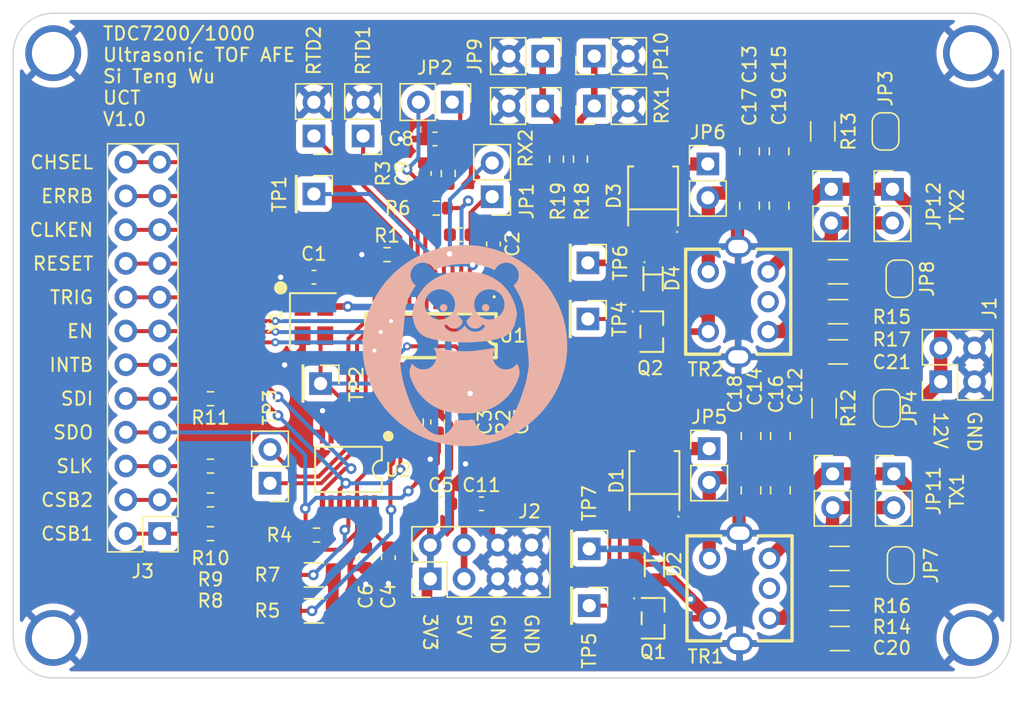
<source format=kicad_pcb>
(kicad_pcb (version 20241229) (generator "pcbnew") (generator_version "9.0")
  (layers (0 "F.Cu" signal) (2 "B.Cu" signal) (13 "F.Paste" user) (15 "B.Paste" user) (5 "F.SilkS" user "F.Silkscreen") (7 "B.SilkS" user "B.Silkscreen") (1 "F.Mask" user) (3 "B.Mask" user) (25 "Edge.Cuts" user))
  (net 0 "")
  (net 1 "/3V3")
  (net 2 "GND")
  (net 3 "/VCOM")
  (net 4 "Net-(U2-VREG)")
  (net 5 "/COMPIN")
  (net 6 "/LNAOUT")
  (net 7 "/PGAIN")
  (net 8 "/5V")
  (net 9 "Net-(JP4-B)")
  (net 10 "Net-(JP3-B)")
  (net 11 "Net-(JP11-Pin_2)")
  (net 12 "Net-(JP7-A)")
  (net 13 "Net-(JP8-A)")
  (net 14 "Net-(JP12-Pin_2)")
  (net 15 "Net-(D1-K)")
  (net 16 "Net-(D1-A)")
  (net 17 "Net-(D2-A)")
  (net 18 "/12V")
  (net 19 "/CHSEL")
  (net 20 "/SDO")
  (net 21 "/INTB")
  (net 22 "/CLKEN")
  (net 23 "/ENABLE")
  (net 24 "/RESET")
  (net 25 "/ERRB")
  (net 26 "/TRIGGER")
  (net 27 "/PGAOUT")
  (net 28 "Net-(JP11-Pin_1)")
  (net 29 "Net-(JP12-Pin_1)")
  (net 30 "Net-(JP9-Pin_1)")
  (net 31 "Net-(JP10-Pin_1)")
  (net 32 "Net-(U1-RREF)")
  (net 33 "/Rx1+")
  (net 34 "/Rx2+")
  (net 35 "/CSB1")
  (net 36 "/CSB2")
  (net 37 "Net-(U1-SDO)")
  (net 38 "Net-(U2-DOUT)")
  (net 39 "/SDI")
  (net 40 "/SCLK")
  (net 41 "/RTD1")
  (net 42 "/RTD2")
  (net 43 "/CLK")
  (net 44 "/TX2")
  (net 45 "/START")
  (net 46 "/STOP")
  (net 49 "/TX1")
  (net 51 "Net-(C8-Pad2)")
  (net 52 "Net-(J3-Pin_1)")
  (net 53 "Net-(J3-Pin_5)")
  (net 54 "Net-(J3-Pin_3)")
  (net 55 "Net-(J3-Pin_10)")
  (net 56 "Net-(D3-A)")
  (net 57 "Net-(D3-K)")
  (net 58 "Net-(D4-A)")
  (footprint "Crystal:Crystal_SMD_3225-4Pin_3.2x2.5mm" (layer "F.Cu") (at 139.867114 94.864142 -90)
    (property "Reference" "Y1")
    (property "Value" "10.24MHz")
  )
  (footprint "Capacitor_SMD:C_0603_1608Metric" (layer "F.Cu") (at 143.767114 112.664142 90)
    (property "Reference" "C6")
    (property "Value" "1uF")
  )
  (footprint "TDC7200 Ultrasonic TOF Module:SOT-23-3_L3.0-W1.7-P0.95-LS2.9-BR" (layer "F.Cu") (at 165.267139 95.656112 180)
    (property "Reference" "Q2")
    (property "Value" "AO3400A")
  )
  (footprint "Resistor_SMD:R_0603_1608Metric" (layer "F.Cu") (at 149.067114 86.364142)
    (property "Reference" "R6")
    (property "Value" "4.7k")
  )
  (footprint "Connector_PinHeader_2.54mm:PinHeader_1x02_P2.54mm_Vertical" (layer "F.Cu") (at 157.067102 78.68115 -90)
    (property "Reference" "RX2")
    (property "Value" "~")
  )
  (footprint "Connector_PinHeader_2.54mm:PinHeader_1x02_P2.54mm_Vertical" (layer "F.Cu") (at 178.767139 84.943107)
    (property "Reference" "JP12")
    (property "Value" "~")
  )
  (footprint "Connector_PinHeader_2.54mm:PinHeader_1x01_P2.54mm_Vertical" (layer "F.Cu") (at 139.867102 85.30615 -90)
    (property "Reference" "TP1")
    (property "Value" "~")
  )
  (footprint "Capacitor_SMD:C_0805_2012Metric" (layer "F.Cu") (at 172.617127 86.183107 90)
    (property "Reference" "C17")
    (property "Value" "22uf")
  )
  (footprint "Capacitor_SMD:C_0805_2012Metric" (layer "F.Cu") (at 174.939177 103.510115 -90)
    (property "Reference" "C12")
    (property "Value" "22uf")
  )
  (footprint "TDC7200 Ultrasonic TOF Module:MountingHole_3.2mm_M3_Pad_TopBottom" (layer "F.Cu") (at 120.267102 118.70615)
    (property "Reference" "H3" (hide yes))
    (property "Value" "~")
  )
  (footprint "TDC7200 Ultrasonic TOF Module:SOT-23-3_L3.0-W1.7-P0.95-LS2.9-BR" (layer "F.Cu") (at 165.367139 117.223184 180)
    (property "Reference" "Q1")
    (property "Value" "AO3400A")
  )
  (footprint "Connector_PinHeader_2.54mm:PinHeader_1x02_P2.54mm_Vertical" (layer "F.Cu") (at 153.267102 85.50615 180)
    (property "Reference" "JP1")
    (property "Value" "~")
  )
  (footprint "Resistor_SMD:R_1206_3216Metric" (layer "F.Cu") (at 139.867114 116.664142)
    (property "Reference" "R5")
    (property "Value" "100k")
  )
  (footprint "Resistor_SMD:R_1206_3216Metric" (layer "F.Cu") (at 179.377139 115.725582)
    (property "Reference" "R14")
    (property "Value" "100k")
  )
  (footprint "Connector_PinHeader_2.54mm:PinHeader_2x02_P2.54mm_Vertical" (layer "F.Cu") (at 186.992139 99.425115 90)
    (property "Reference" "J1")
    (property "Value" "12V")
  )
  (footprint "Connector_PinHeader_2.54mm:PinHeader_1x01_P2.54mm_Vertical" (layer "F.Cu") (at 160.467139 90.483519 -90)
    (property "Reference" "TP6")
    (property "Value" "~")
  )
  (footprint "TDC7200 Ultrasonic TOF Module:SOD-323_L1.8-W1.3-LS2.5-RD" (layer "F.Cu") (at 165.469501 113.17312 -90)
    (property "Reference" "D2")
    (property "Value" "1N5819WS")
  )
  (footprint "Resistor_SMD:R_0603_1608Metric" (layer "F.Cu") (at 132.092102 110.858521 180)
    (property "Reference" "R8")
    (property "Value" "47")
  )
  (footprint "TDC7200 Ultrasonic TOF Module:TSSOP-14_L5.0-W4.4-P0.65-LS6.4-BL" (layer "F.Cu") (at 142.459811 106.019984 180)
    (property "Reference" "U2")
    (property "Value" "TDC7200PWR")
  )
  (footprint "Jumper:SolderJumper-2_P1.3mm_Open_RoundedPad1.0x1.5mm" (layer "F.Cu") (at 183.987139 113.243056 90)
    (property "Reference" "JP7")
    (property "Value" "~")
  )
  (footprint "Capacitor_SMD:C_0805_2012Metric" (layer "F.Cu") (at 172.731248 103.510115 -90)
    (property "Reference" "C18")
    (property "Value" "22uf")
  )
  (footprint "Resistor_SMD:R_1206_3216Metric" (layer "F.Cu") (at 178.227139 101.41812 -90)
    (property "Reference" "R12")
    (property "Value" "100")
  )
  (footprint "Connector_PinHeader_2.54mm:PinHeader_1x01_P2.54mm_Vertical" (layer "F.Cu") (at 160.567139 112.000527 -90)
    (property "Reference" "TP7")
    (property "Value" "~")
  )
  (footprint "Resistor_SMD:R_0603_1608Metric" (layer "F.Cu") (at 132.092102 108.318521 180)
    (property "Reference" "R9")
    (property "Value" "47")
  )
  (footprint "Resistor_SMD:R_1206_3216Metric" (layer "F.Cu") (at 178.127139 80.593107 -90)
    (property "Reference" "R13")
    (property "Value" "100")
  )
  (footprint "Resistor_SMD:R_1206_3216Metric" (layer "F.Cu") (at 179.277139 91.156048)
    (property "Reference" "R15")
    (property "Value" "100k")
  )
  (footprint "Capacitor_SMD:C_0603_1608Metric" (layer "F.Cu") (at 151.167102 102.464142 90)
    (property "Reference" "C7")
    (property "Value" "100nF")
  )
  (footprint "TDC7200 Ultrasonic TOF Module:TSSOP-28_L9.8-W6.6-P0.65-BL" (layer "F.Cu") (at 148.667114 95.964142 180)
    (property "Reference" "U1")
    (property "Value" "TDC1000PWR")
  )
  (footprint "Connector_PinHeader_2.54mm:PinHeader_1x01_P2.54mm_Vertical" (layer "F.Cu") (at 160.567139 116.273222 -90)
    (property "Reference" "TP5")
    (property "Value" "~")
  )
  (footprint "TDC7200 Ultrasonic TOF Module:XFMR-TH_L7.9-W7.9-P4.50_K4000004" (layer "F.Cu") (at 171.767139 93.406112 -90)
    (property "Reference" "TR2")
    (property "Value" "K4000004")
  )
  (footprint "Capacitor_SMD:C_0603_1608Metric" (layer "F.Cu") (at 148.967114 81.164142)
    (property "Reference" "C8")
    (property "Value" "3.3nF")
  )
  (footprint "TDC7200 Ultrasonic TOF Module:MountingHole_3.2mm_M3_Pad_TopBottom" (layer "F.Cu") (at 189.267102 74.70615)
    (property "Reference" "H2" (hide yes))
    (property "Value" "~")
  )
  (footprint "Capacitor_SMD:C_0603_1608Metric" (layer "F.Cu") (at 152.467102 108.60615 180)
    (property "Reference" "C11")
    (property "Value" "1uF")
  )
  (footprint "Connector_PinHeader_2.54mm:PinHeader_2x12_P2.54mm_Vertical" (layer "F.Cu") (at 128.267102 110.846646 180)
    (property "Reference" "J3")
    (property "Value" "MCU Pins")
  )
  (footprint "Capacitor_SMD:C_1206_3216Metric" (layer "F.Cu") (at 179.40687 118.748107)
    (property "Reference" "C20")
    (property "Value" "2.7nF")
  )
  (footprint "TDC7200 Ultrasonic TOF Module:MountingHole_3.2mm_M3_Pad_TopBottom" (layer "F.Cu") (at 189.267102 118.70615)
    (property "Reference" "H4" (hide yes))
    (property "Value" "~")
  )
  (footprint "Capacitor_SMD:C_0805_2012Metric" (layer "F.Cu") (at 174.939177 107.600115 90)
    (property "Reference" "C16")
    (property "Value" "22uf")
  )
  (footprint "Connector_PinHeader_2.54mm:PinHeader_1x02_P2.54mm_Vertical" (layer "F.Cu") (at 136.567114 107.064142 180)
    (property "Reference" "TP3")
    (property "Value" "~")
  )
  (footprint "Resistor_SMD:R_0603_1608Metric" (layer "F.Cu") (at 147.567114 102.464142 -90)
    (property "Reference" "R2")
    (property "Value" "47")
  )
  (footprint "TDC7200 Ultrasonic TOF Module:XFMR-TH_L7.9-W7.9-P4.50_K4000004" (layer "F.Cu") (at 171.867139 114.97312 -90)
    (property "Reference" "TR1")
    (property "Value" "K4000004")
  )
  (footprint "Capacitor_SMD:C_0603_1608Metric" (layer "F.Cu") (at 139.867114 91.564142)
    (property "Reference" "C1")
    (property "Value" "100nF")
  )
  (footprint "Connector_PinHeader_2.54mm:PinHeader_2x04_P2.54mm_Vertical" (layer "F.Cu") (at 148.617102 114.25615 90)
    (property "Reference" "J2")
    (property "Value" "Power Pins")
  )
  (footprint "Capacitor_SMD:C_0805_2012Metric" (layer "F.Cu") (at 172.617127 82.093107 -90)
    (property "Reference" "C13")
    (property "Value" "22uf")
  )
  (footprint "Connector_PinHeader_2.54mm:PinHeader_1x02_P2.54mm_Vertical" (layer "F.Cu") (at 160.947102 74.93115 90)
    (property "Reference" "JP9")
    (property "Value" "~")
  )
  (footprint "TDC7200 Ultrasonic TOF Module:SOD-323_L1.8-W1.3-LS2.5-RD" (layer "F.Cu") (at 165.369501 91.656112 -90)
    (property "Reference" "D4")
    (property "Value" "1N5819WS")
  )
  (footprint "Connector_PinHeader_2.54mm:PinHeader_1x02_P2.54mm_Vertical" (layer "F.Cu") (at 150.267114 78.389142 -90)
    (property "Reference" "JP2")
    (property "Value" "~")
  )
  (footprint "TDC7200 Ultrasonic TOF Module:SMB_L4.6-W3.6-LS5.4-RD" (layer "F.Cu") (at 165.469501 106.87312 90)
    (property "Reference" "D1")
    (property "Value" "SMBJ5349B")
  )
  (footprint "Resistor_SMD:R_0603_1608Metric" (layer "F.Cu") (at 132.092102 105.778521 180)
    (property "Reference" "R10")
    (property "Value" "47")
  )
  (footprint "Capacitor_SMD:C_0805_2012Metric" (layer "F.Cu") (at 174.839177 82.093107 -90)
    (property "Reference" "C15")
    (property "Value" "22uf")
  )
  (footprint "Resistor_SMD:R_1206_3216Metric" (layer "F.Cu") (at 139.867114 113.964142)
    (property "Reference" "R7")
    (property "Value" "100k")
  )
  (footprint "Capacitor_SMD:C_0603_1608Metric" (layer "F.Cu") (at 148.167114 83.764142 -90)
    (property "Reference" "C9")
    (property "Value" "1nF")
  )
  (footprint "Capacitor_SMD:C_1206_3216Metric" (layer "F.Cu") (at 179.277139 97.181099)
    (property "Reference" "C21")
    (property "Value" "2.7nF")
  )
  (footprint "Resistor_SMD:R_0603_1608Metric" (layer "F.Cu") (at 140.067114 110.964142)
    (property "Reference" "R4")
    (property "Value" "47")
  )
  (footprint "Jumper:SolderJumper-2_P1.3mm_Open_RoundedPad1.0x1.5mm" (layer "F.Cu") (at 183.887139 91.676048 90)
    (property "Reference" "JP8")
    (property "Value" "~")
  )
  (footprint "Capacitor_SMD:C_0603_1608Metric" (layer "F.Cu") (at 145.467114 112.664142 90)
    (property "Reference" "C4")
    (property "Value" "100nF")
  )
  (footprint "Jumper:SolderJumper-2_P1.3mm_Open_RoundedPad1.0x1.5mm" (layer "F.Cu") (at 182.947139 101.41812 -90)
    (property "Reference" "JP4")
    (property "Value" "~")
  )
  (footprint "Resistor_SMD:R_0603_1608Metric" (layer "F.Cu") (at 158.107102 82.68115 90)
    (property "Reference" "R19")
    (property "Value" "820")
  )
  (footprint "Resistor_SMD:R_0603_1608Metric" (layer "F.Cu") (at 145.367114 89.864142)
    (property "Reference" "R1")
    (property "Value" "1k")
  )
  (footprint "Connector_PinHeader_2.54mm:PinHeader_1x02_P2.54mm_Vertical" (layer "F.Cu") (at 183.467139 106.360115)
    (property "Reference" "TX1")
    (property "Value" "~")
  )
  (footprint "Resistor_SMD:R_0603_1608Metric" (layer "F.Cu") (at 159.907102 82.68115 90)
    (property "Reference" "R18")
    (property "Value" "820")
  )
  (footprint "Connector_PinHeader_2.54mm:PinHeader_1x01_P2.54mm_Vertical" (layer "F.Cu") (at 160.467139 94.70615 -90)
    (property "Reference" "TP4")
    (property "Value" "~")
  )
  (footprint "Connector_PinHeader_2.54mm:PinHeader_1x02_P2.54mm_Vertical" (layer "F.Cu") (at 178.867139 106.360115)
    (property "Reference" "JP11")
    (property "Value" "~")
  )
  (footprint "Resistor_SMD:R_0603_1608Metric" (layer "F.Cu") (at 149.967114 83.764142 90)
    (property "Reference" "R3")
    (property "Value" "1k")
  )
  (footprint "Jumper:SolderJumper-2_P1.3mm_Open_RoundedPad1.0x1.5mm" (layer "F.Cu") (at 182.847139 80.593107 -90)
    (property "Reference" "JP3")
    (property "Value" "~")
  )
  (footprint "Capacitor_SMD:C_0805_2012Metric" (layer "F.Cu") (at 174.839177 86.183107 90)
    (property "Reference" "C19")
    (property "Value" "22uf")
  )
  (footprint "Connector_PinHeader_2.54mm:PinHeader_1x02_P2.54mm_Vertical" (layer "F.Cu") (at 160.947102 78.68115 90)
    (property "Reference" "RX1")
    (property "Value" "~")
  )
  (footprint "Connector_PinHeader_2.54mm:PinHeader_1x02_P2.54mm_Vertical" (layer "F.Cu") (at 139.867102 80.939142 180)
    (property "Reference" "RTD2")
    (property "Value" "~")
  )
  (footprint "Capacitor_SMD:C_0603_1608Metric" (layer "F.Cu") (at 149.167114 102.464142 90)
    (property "Reference" "C3")
    (property "Value" "100nF")
  )
  (footprint "TDC7200 Ultrasonic TOF Module:SMB_L4.6-W3.6-LS5.4-RD" (layer "F.Cu") (at 165.369501 85.456112 90)
    (property "Reference" "D3")
    (property "Value" "SMBJ5349B")
  )
  (footprint "Resistor_SMD:R_1206_3216Metric" (layer "F.Cu") (at 179.377139 112.723056)
    (property "Reference" "R16")
    (property "Value" "100k")
  )
  (footprint "Connector_PinHeader_2.54mm:PinHeader_1x02_P2.54mm_Vertical" (layer "F.Cu") (at 183.367139 84.943107)
    (property "Reference" "TX2")
    (property "Value" "~")
  )
  (footprint "Connector_PinHeader_2.54mm:PinHeader_1x02_P2.54mm_Vertical" (layer "F.Cu") (at 169.485203 83.043107)
    (property "Reference" "JP6")
    (property "Value" "~")
  )
  (footprint "Capacitor_SMD:C_0603_1608Metric" (layer "F.Cu") (at 149.417102 108.60615 180)
    (property "Reference" "C5")
    (property "Value" "1uF")
  )
  (footprint "Capacitor_SMD:C_0603_1608Metric" (layer "F.Cu") (at 153.367114 89.064142 -90)
    (property "Reference" "C2")
    (property "Value" "1uF")
  )
  (footprint "Resistor_SMD:R_0603_1608Metric" (layer "F.Cu") (at 132.092102 100.70615 180)
    (property "Reference" "R11")
    (property "Value" "47")
  )
  (footprint "Capacitor_SMD:C_0603_1608Metric" (layer "F.Cu") (at 150.867114 88.364142 180)
    (property "Reference" "C10")
    (property "Value" "33nF")
  )
  (footprint "Connector_PinHeader_2.54mm:PinHeader_1x01_P2.54mm_Vertical" (layer "F.Cu") (at 140.367114 99.564142 -90)
    (property "Reference" "TP2")
    (property "Value" "~")
  )
  (footprint "TDC7200 Ultrasonic TOF Module:MountingHole_3.2mm_M3_Pad_TopBottom" (layer "F.Cu") (at 120.267102 74.70615)
    (property "Reference" "H1" (hide yes))
    (property "Value" "~")
  )
  (footprint "Connector_PinHeader_2.54mm:PinHeader_1x02_P2.54mm_Vertical" (layer "F.Cu") (at 157.067102 74.93115 -90)
    (property "Reference" "JP10")
    (property "Value" "~")
  )
  (footprint "Capacitor_SMD:C_0805_2012Metric" (layer "F.Cu") (at 172.731248 107.600115 90)
    (property "Reference" "C14")
    (property "Value" "22uf")
  )
  (footprint "Connector_PinHeader_2.54mm:PinHeader_1x02_P2.54mm_Vertical" (layer "F.Cu") (at 143.567114 80.939142 180)
    (property "Reference" "RTD1")
    (property "Value" "~")
  )
  (footprint "Resistor_SMD:R_1206_3216Metric" (layer "F.Cu") (at 179.277139 94.158574)
    (property "Reference" "R17")
    (property "Value" "100k")
  )
  (footprint "Connector_PinHeader_2.54mm:PinHeader_1x02_P2.54mm_Vertical" (layer "F.Cu") (at 169.585203 104.460115)
    (property "Reference" "JP5")
    (property "Value" "~")
  )
  (footprint "LOGO" (layer "B.Cu") (at 151.267102 96.447362 180)
    (property "Reference" "G***" (hide yes))
    (property "Value" "LOGO" (hide yes))
  )
  (gr_arc (start 192.267102 118.70615) (mid 191.388422 120.82747) (end 189.267102 121.70615) (stroke (width 0.1)) (layer "Edge.Cuts"))
  (gr_arc (start 120.267102 121.70615) (mid 118.145782 120.82747) (end 117.267102 118.70615) (stroke (width 0.1)) (layer "Edge.Cuts"))
  (gr_line (start 192.267102 74.70615) (end 192.267102 118.70615) (stroke (width 0.1)) (layer "Edge.Cuts"))
  (gr_line (start 189.267102 71.70615) (end 120.267102 71.70615) (stroke (width 0.1)) (layer "Edge.Cuts"))
  (gr_arc (start 189.267102 71.70615) (mid 191.388422 72.58483) (end 192.267102 74.70615) (stroke (width 0.1)) (layer "Edge.Cuts"))
  (gr_line (start 189.267102 121.70615) (end 120.267102 121.70615) (stroke (width 0.1)) (layer "Edge.Cuts"))
  (gr_arc (start 117.267102 74.70615) (mid 118.145782 72.58483) (end 120.267102 71.70615) (stroke (width 0.1)) (layer "Edge.Cuts"))
  (gr_line (start 117.267102 118.70615) (end 117.267102 74.70615) (stroke (width 0.1)) (layer "Edge.Cuts"))
  (gr_text "TRIG" (at 123.367102 93.668396 0) (layer "F.SilkS") (effects (font (size 1 1)) (justify right bottom)))
  (gr_text "GND" (at 155.635352 120.041864 270) (layer "F.SilkS") (effects (font (size 1 1)) (justify right bottom)))
  (gr_text "SDO" (at 123.367102 103.828396 0) (layer "F.SilkS") (effects (font (size 1 1)) (justify right bottom)))
  (gr_text "CLKEN" (at 123.367102 88.588396 0) (layer "F.SilkS") (effects (font (size 1 1)) (justify right bottom)))
  (gr_text "SLK" (at 123.367102 106.368396 0) (layer "F.SilkS") (effects (font (size 1 1)) (justify right bottom)))
  (gr_text "EN" (at 123.367102 96.208396 0) (layer "F.SilkS") (effects (font (size 1 1)) (justify right bottom)))
  (gr_text "RESET" (at 123.367102 91.128396 0) (layer "F.SilkS") (effects (font (size 1 1)) (justify right bottom)))
  (gr_text "ERRB" (at 123.367102 86.048396 0) (layer "F.SilkS") (effects (font (size 1 1)) (justify right bottom)))
  (gr_text "3V3" (at 148.015352 119.75615 270) (layer "F.SilkS") (effects (font (size 1 1)) (justify right bottom)))
  (gr_text "5V" (at 150.555352 118.803769 270) (layer "F.SilkS") (effects (font (size 1 1)) (justify right bottom)))
  (gr_text "SDI" (at 123.367102 101.288396 0) (layer "F.SilkS") (effects (font (size 1 1)) (justify right bottom)))
  (gr_text "INTB" (at 123.367102 98.748396 0) (layer "F.SilkS") (effects (font (size 1 1)) (justify right bottom)))
  (gr_text "TDC7200/1000\nUltrasonic TOF AFE\nSi Teng Wu\nUCT\nV1.0" (at 123.917102 80.25615 0) (layer "F.SilkS") (effects (font (size 1 1) (thickness 0.153)) (justify left bottom)))
  (gr_text "12V" (at 186.390389 101.60615 270) (layer "F.SilkS") (effects (font (size 1 1)) (justify left bottom)))
  (gr_text "GND" (at 153.095352 120.041864 270) (layer "F.SilkS") (effects (font (size 1 1)) (justify right bottom)))
  (gr_text "GND" (at 188.930389 101.55615 270) (layer "F.SilkS") (effects (font (size 1 1)) (justify left bottom)))
  (gr_text "CHSEL" (at 123.367102 83.508396 0) (layer "F.SilkS") (effects (font (size 1 1)) (justify right bottom)))
  (gr_text "CSB2" (at 123.367102 108.908396 0) (layer "F.SilkS") (effects (font (size 1 1)) (justify right bottom)))
  (gr_text "CSB1" (at 123.367102 111.448396 0) (layer "F.SilkS") (effects (font (size 1 1)) (justify right bottom)))
  (segment (start 148.992108 98.764244) (end 148.992108 100.289136) (width 0.3) (layer "F.Cu") (net 1))
  (segment (start 148.592102 108.65615) (end 148.592102 109.862154) (width 0.5) (layer "F.Cu") (net 1))
  (segment (start 148.592102 107.43115) (end 150.093114 105.930138) (width 0.5) (layer "F.Cu") (net 1))
  (segment (start 142.793579 118.128107) (end 141.329614 116.664142) (width 0.8) (layer "F.Cu") (net 1))
  (segment (start 148.642102 108.60615) (end 148.592102 108.55615) (width 0.5) (layer "F.Cu") (net 1))
  (segment (start 148.592102 109.862154) (end 146.548106 111.90615) (width 0.5) (layer "F.Cu") (net 1))
  (segment (start 148.592102 108.55615) (end 148.592102 107.43115) (width 0.5) (layer "F.Cu") (net 1))
  (segment (start 141.329614 116.664142) (end 141.329614 113.964142) (width 0.8) (layer "F.Cu") (net 1))
  (segment (start 148.617102 111.71615) (end 148.617102 114.25615) (width 0.5) (layer "F.Cu") (net 1))
  (segment (start 150.093114 102.615142) (end 149.167114 101.689142) (width 0.5) (layer "F.Cu") (net 1))
  (segment (start 146.548106 111.90615) (end 145.484122 111.90615) (width 0.5) (layer "F.Cu") (net 1))
  (segment (start 140.717114 91.639142) (end 140.642114 91.564142) (width 0.5) (layer "F.Cu") (net 1))
  (segment (start 148.367102 116.15615) (end 146.395145 118.128107) (width 0.8) (layer "F.Cu") (net 1))
  (segment (start 150.093114 105.930138) (end 150.093114 102.615142) (width 0.5) (layer "F.Cu") (net 1))
  (segment (start 148.367102 114.50615) (end 148.367102 116.15615) (width 0.8) (layer "F.Cu") (net 1))
  (segment (start 145.484122 111.90615) (end 145.467114 111.889142) (width 0.5) (layer "F.Cu") (net 1))
  (segment (start 149.167114 100.464142) (end 149.167114 101.689142) (width 0.3) (layer "F.Cu") (net 1))
  (segment (start 146.395145 118.128107) (end 142.793579 118.128107) (width 0.8) (layer "F.Cu") (net 1))
  (segment (start 148.617102 108.68115) (end 148.592102 108.65615) (width 0.5) (layer "F.Cu") (net 1))
  (segment (start 144.409773 110.831801) (end 145.467114 111.889142) (width 0.3) (layer "F.Cu") (net 1))
  (segment (start 148.592102 108.65615) (end 148.642102 108.60615) (width 0.5) (layer "F.Cu") (net 1))
  (segment (start 148.992108 100.289136) (end 149.167114 100.464142) (width 0.3) (layer "F.Cu") (net 1))
  (segment (start 144.409773 108.820086) (end 144.409773 110.831801) (width 0.3) (layer "F.Cu") (net 1))
  (segment (start 140.717114 93.764142) (end 140.717114 91.639142) (width 0.5) (layer "F.Cu") (net 1))
  (segment (start 148.617102 111.71615) (end 148.617102 108.68115) (width 0.5) (layer "F.Cu") (net 1))
  (segment (start 148.617102 114.25615) (end 148.367102 114.50615) (width 0.8) (layer "F.Cu") (net 1))
  (segment (start 142.417114 93.764142) (end 140.717114 93.764142) (width 0.5) (layer "F.Cu") (net 1))
  (via (at 142.417114 93.764142) (size 0.8) (drill 0.4) (layers "F.Cu" "B.Cu") (net 1))
  (segment (start 148.617102 111.70615) (end 148.617102 111.71615) (width 0.5) (layer "B.Cu") (net 1))
  (segment (start 142.459122 93.80615) (end 147.909122 93.80615) (width 0.5) (layer "B.Cu") (net 1))
  (segment (start 149.967102 110.35615) (end 148.617102 111.70615) (width 0.5) (layer "B.Cu") (net 1))
  (segment (start 149.967102 95.86413) (end 149.967102 110.35615) (width 0.5) (layer "B.Cu") (net 1))
  (segment (start 147.909122 93.80615) (end 149.967102 95.86413) (width 0.5) (layer "B.Cu") (net 1))
  (segment (start 148.617102 112.61615) (end 148.617102 111.71615) (width 0.5) (layer "B.Cu") (net 1))
  (segment (start 148.625094 112.624142) (end 148.617102 112.61615) (width 0.5) (layer "B.Cu") (net 1))
  (segment (start 148.625094 113.41615) (end 148.625094 112.624142) (width 0.5) (layer "B.Cu") (net 1))
  (segment (start 142.417114 93.764142) (end 142.459122 93.80615) (width 0.5) (layer "B.Cu") (net 1))
  (segment (start 151.617102 99.98913) (end 151.592057 99.964085) (width 0.3) (layer "F.Cu") (net 2))
  (segment (start 137.667114 98.164142) (end 139.017114 96.814142) (width 0.3) (layer "F.Cu") (net 2))
  (segment (start 149.167114 103.239142) (end 149.167114 104.706138) (width 0.5) (layer "F.Cu") (net 2))
  (segment (start 146.367114 81.164142) (end 148.192114 81.164142) (width 0.3) (layer "F.Cu") (net 2))
  (segment (start 143.767102 114.65615) (end 143.767114 114.656138) (width 0.3) (layer "F.Cu") (net 2))
  (segment (start 149.167114 104.706138) (end 148.617102 105.25615) (width 0.5) (layer "F.Cu") (net 2))
  (segment (start 172.199253 108.550115) (end 171.831248 108.91812) (width 1) (layer "F.Cu") (net 2))
  (segment (start 165.423098 96.606074) (end 166.373123 97.556099) (width 0.5) (layer "F.Cu") (net 2))
  (segment (start 171.831248 108.91812) (end 171.831248 110.787115) (width 1) (layer "F.Cu") (net 2))
  (segment (start 171.717127 89.205986) (end 171.767266 89.256125) (width 1) (layer "F.Cu") (net 2))
  (segment (start 145.467114 114.064142) (end 145.467114 113.439142) (width 0.3) (layer "F.Cu") (net 2))
  (segment (start 171.940145 87.133107) (end 171.717127 87.356125) (width 1) (layer "F.Cu") (net 2))
  (segment (start 151.267102 106.30615) (end 150.192102 107.38115) (width 0.5) (layer "F.Cu") (net 2))
  (segment (start 151.267102 105.60615) (end 151.267102 106.30615) (width 0.5) (layer "F.Cu") (net 2))
  (segment (start 172.731248 102.560115) (end 172.673243 102.560115) (width 1) (layer "F.Cu") (net 2))
  (segment (start 145.467102 114.60615) (end 145.467102 114.064154) (width 0.3) (layer "F.Cu") (net 2))
  (segment (start 140.509849 102.319855) (end 140.509849 103.219882) (width 0.3) (layer "F.Cu") (net 2))
  (segment (start 172.617127 87.133107) (end 171.940145 87.133107) (width 1) (layer "F.Cu") (net 2))
  (segment (start 174.939177 108.550115) (end 172.731248 108.550115) (width 1) (layer "F.Cu") (net 2))
  (segment (start 143.467114 89.864142) (end 144.542114 89.864142) (width 0.3) (layer "F.Cu") (net 2))
  (segment (start 151.592057 99.964085) (end 151.592057 98.764244) (width 0.3) (layer "F.Cu") (net 2))
  (segment (start 174.839177 81.143107) (end 172.204109 81.143107) (width 1) (layer "F.Cu") (net 2))
  (segment (start 150.192102 107.38115) (end 150.192102 108.60615) (width 0.5) (layer "F.Cu") (net 2))
  (segment (start 171.831248 110.787115) (end 171.867266 110.823133) (width 1) (layer "F.Cu") (net 2))
  (segment (start 140.517102 101.60615) (end 140.517102 102.312602) (width 0.3) (layer "F.Cu") (net 2))
  (segment (start 171.717127 87.356125) (end 171.717127 89.205986) (width 1) (layer "F.Cu") (net 2))
  (segment (start 139.092114 91.564142) (end 137.367114 91.564142) (width 0.3) (layer "F.Cu") (net 2))
  (segment (start 154.567114 88.264142) (end 154.542114 88.289142) (width 0.3) (layer "F.Cu") (net 2))
  (segment (start 164.165793 96.606074) (end 165.423098 96.606074) (width 0.5) (layer "F.Cu") (net 2))
  (segment (start 151.617102 100.30615) (end 151.617102 99.98913) (width 0.3) (layer "F.Cu") (net 2))
  (segment (start 151.167102 105.50615) (end 151.167102 103.28115) (width 0.5) (layer "F.Cu") (net 2))
  (segment (start 172.731248 108.550115) (end 172.199253 108.550115) (width 1) (layer "F.Cu") (net 2))
  (segment (start 174.939177 102.560115) (end 172.731248 102.560115) (width 1) (layer "F.Cu") (net 2))
  (segment (start 166.373123 97.556099) (end 171.767266 97.556099) (width 0.5) (layer "F.Cu") (net 2))
  (segment (start 154.542114 88.289142) (end 153.367114 88.289142) (width 0.3) (layer "F.Cu") (net 2))
  (segment (start 165.49017 118.173146) (end 166.440131 119.123107) (width 0.5) (layer "F.Cu") (net 2))
  (segment (start 166.440131 119.123107) (end 171.867266 119.123107) (width 0.5) (layer "F.Cu") (net 2))
  (segment (start 174.839177 87.133107) (end 172.617127 87.133107) (width 1) (layer "F.Cu") (net 2))
  (segment (start 151.267102 105.60615) (end 151.167102 105.50615) (width 0.5) (layer "F.Cu") (net 2))
  (segment (start 145.467102 114.064154) (end 145.467114 114.064142) (width 0.3) (layer "F.Cu") (net 2))
  (segment (start 153.242102 108.60615) (end 153.242102 111.26115) (width 0.5) (layer "F.Cu") (net 2))
  (segment (start 153.242102 111.26115) (end 153.697102 111.71615) (width 0.5) (layer "F.Cu") (net 2))
  (segment (start 140.517102 102.312602) (end 140.509849 102.319855) (width 0.3) (layer "F.Cu") (net 2))
  (segment (start 139.017114 96.814142) (end 139.017114 95.964142) (width 0.3) (layer "F.Cu") (net 2))
  (segment (start 143.767114 114.656138) (end 143.767114 113.439142) (width 0.3) (layer "F.Cu") (net 2))
  (segment (start 164.265793 118.173146) (end 165.49017 118.173146) (width 0.5) (layer "F.Cu") (net 2))
  (via (at 140.517102 101.60615) (size 0.8) (drill 0.4) (layers "F.Cu" "B.Cu") (net 2))
  (via (at 137.367114 91.564142) (size 0.8) (drill 0.4) (layers "F.Cu" "B.Cu") (net 2))
  (via (at 151.267102 105.60615) (size 0.8) (drill 0.4) (layers "F.Cu" "B.Cu") (net 2))
  (via (at 151.617102 100.30615) (size 0.8) (drill 0.4) (layers "F.Cu" "B.Cu") (net 2))
  (via (at 145.467102 114.60615) (size 0.8) (drill 0.4) (layers "F.Cu" "B.Cu") (net 2))
  (via (at 137.667114 98.164142) (size 0.8) (drill 0.4) (layers "F.Cu" "B.Cu") (net 2))
  (via (at 143.467114 89.864142) (size 0.8) (drill 0.4) (layers "F.Cu" "B.Cu") (net 2))
  (via (at 143.767114 114.656138) (size 0.8) (drill 0.4) (layers "F.Cu" "B.Cu") (net 2))
  (via (at 154.542114 88.289142) (size 0.8) (drill 0.4) (layers "F.Cu" "B.Cu") (net 2))
  (via (at 146.367114 81.164142) (size 0.8) (drill 0.4) (layers "F.Cu" "B.Cu") (net 2))
  (via (at 148.617102 105.25615) (size 0.8) (drill 0.4) (layers "F.Cu" "B.Cu") (net 2))
  (segment (start 149.892114 86.364142) (end 149.917114 86.339142) (width 0.3) (layer "F.Cu") (net 3))
  (segment (start 151.797433 90.636481) (end 151.592057 90.841857) (width 0.3) (layer "F.Cu") (net 3))
  (segment (start 149.892114 86.364142) (end 149.892114 86.439142) (width 0.3) (layer "F.Cu") (net 3))
  (segment (start 153.342114 89.839142) (end 153.367114 89.864142) (width 0.3) (layer "F.Cu") (net 3))
  (segment (start 151.474271 85.813319) (end 150.92836 86.35923) (width 0.3) (layer "F.Cu") (net 3))
  (segment (start 151.797433 90.636481) (end 151.836771 90.636481) (width 0.3) (layer "F.Cu") (net 3))
  (segment (start 149.892114 86.439142) (end 149.767114 86.564142) (width 0.3) (layer "F.Cu") (net 3))
  (segment (start 151.836771 90.636481) (end 152.63411 89.839142) (width 0.3) (layer "F.Cu") (net 3))
  (segment (start 150.572026 86.35923) (end 150.567114 86.364142) (width 0.3) (layer "F.Cu") (net 3))
  (segment (start 151.592057 90.841857) (end 151.592057 93.16404) (width 0.3) (layer "F.Cu") (net 3))
  (segment (start 150.567114 86.364142) (end 149.892114 86.364142) (width 0.3) (layer "F.Cu") (net 3))
  (segment (start 150.92836 86.35923) (end 150.572026 86.35923) (width 0.3) (layer "F.Cu") (net 3))
  (segment (start 153.367114 89.864142) (end 153.367114 89.839142) (width 0.3) (layer "F.Cu") (net 3))
  (segment (start 152.63411 89.839142) (end 153.342114 89.839142) (width 0.3) (layer "F.Cu") (net 3))
  (segment (start 149.892114 86.364142) (end 149.767114 86.364142) (width 0.3) (layer "F.Cu") (net 3))
  (via (at 151.797433 90.636481) (size 0.8) (drill 0.4) (layers "F.Cu" "B.Cu") (net 3))
  (via (at 151.474271 85.813319) (size 0.8) (drill 0.4) (layers "F.Cu" "B.Cu") (net 3))
  (segment (start 151.767102 90.60615) (end 149.367102 90.60615) (width 0.3) (layer "B.Cu") (net 3))
  (segment (start 150.967102 86.369294) (end 150.967102 89.80615) (width 0.3) (layer "B.Cu") (net 3))
  (segment (start 151.474271 85.862125) (end 150.967102 86.369294) (width 0.3) (layer "B.Cu") (net 3))
  (segment (start 151.474271 85.813319) (end 151.474271 85.862125) (width 0.3) (layer "B.Cu") (net 3))
  (segment (start 150.967102 89.80615) (end 151.797433 90.636481) (width 0.3) (layer "B.Cu") (net 3))
  (segment (start 151.797433 90.636481) (end 151.767102 90.60615) (width 0.3) (layer "B.Cu") (net 3))
  (segment (start 149.367102 90.60615) (end 144.067102 85.30615) (width 0.3) (layer "B.Cu") (net 3))
  (segment (start 144.067102 85.30615) (end 139.867102 85.30615) (width 0.3) (layer "B.Cu") (net 3))
  (segment (start 143.759786 111.881814) (end 143.767114 111.889142) (width 0.3) (layer "F.Cu") (net 4))
  (segment (start 143.759786 108.820086) (end 143.759786 111.881814) (width 0.3) (layer "F.Cu") (net 4))
  (segment (start 148.992108 93.16404) (end 148.992108 91.131156) (width 0.3) (layer "F.Cu") (net 5))
  (segment (start 147.942114 84.539142) (end 148.167114 84.539142) (width 0.3) (layer "F.Cu") (net 5))
  (segment (start 148.242114 84.614142) (end 148.167114 84.539142) (width 0.3) (layer "F.Cu") (net 5))
  (segment (start 146.867114 83.464142) (end 147.942114 84.539142) (width 0.3) (layer "F.Cu") (net 5))
  (segment (start 148.242114 90.381162) (end 148.242114 86.364142) (width 0.3) (layer "F.Cu") (net 5))
  (segment (start 148.992108 91.131156) (end 148.242114 90.381162) (width 0.3) (layer "F.Cu") (net 5))
  (segment (start 148.242114 86.364142) (end 148.242114 84.614142) (width 0.3) (layer "F.Cu") (net 5))
  (via (at 146.867114 83.464142) (size 0.8) (drill 0.4) (layers "F.Cu" "B.Cu") (net 5))
  (segment (start 147.727114 78.389142) (end 147.727114 79.714142) (width 0.2) (layer "B.Cu") (net 5))
  (segment (start 147.727114 79.714142) (end 147.727114 78.364142) (width 0.3) (layer "B.Cu") (net 5))
  (segment (start 147.727114 82.604142) (end 147.727114 79.714142) (width 0.3) (layer "B.Cu") (net 5))
  (segment (start 146.867114 83.464142) (end 147.727114 82.604142) (width 0.3) (layer "B.Cu") (net 5))
  (segment (start 152.842102 85.50615) (end 153.267102 85.50615) (width 0.3) (layer "F.Cu") (net 6))
  (segment (start 151.642114 88.364142) (end 151.667114 88.364142) (width 0.3) (layer "F.Cu") (net 6))
  (segment (start 151.667102 89.70615) (end 151.667102 88.38913) (width 0.3) (layer "F.Cu") (net 6))
  (segment (start 151.667102 88.38913) (end 151.642114 88.364142) (width 0.3) (layer "F.Cu") (net 6))
  (segment (start 150.94207 90.431182) (end 151.667102 89.70615) (width 0.3) (layer "F.Cu") (net 6))
  (segment (start 151.642114 86.706138) (end 152.842102 85.50615) (width 0.3) (layer "F.Cu") (net 6))
  (segment (start 150.94207 93.16404) (end 150.94207 90.431182) (width 0.3) (layer "F.Cu") (net 6))
  (segment (start 151.642114 88.364142) (end 151.642114 86.706138) (width 0.3) (layer "F.Cu") (net 6))
  (segment (start 150.292082 90.03113) (end 150.292082 93.16404) (width 0.3) (layer "F.Cu") (net 7))
  (segment (start 150.092114 89.781138) (end 150.067102 89.80615) (width 0.3) (layer "F.Cu") (net 7))
  (segment (start 150.067102 89.80615) (end 150.292082 90.03113) (width 0.3) (layer "F.Cu") (net 7))
  (segment (start 150.092114 88.139142) (end 150.092114 89.781138) (width 0.3) (layer "F.Cu") (net 7))
  (via (at 150.067102 89.80615) (size 0.8) (drill 0.4) (layers "F.Cu" "B.Cu") (net 7))
  (segment (start 150.092114 89.781138) (end 150.092114 85.716138) (width 0.3) (layer "B.Cu") (net 7))
  (segment (start 150.092114 85.716138) (end 152.842102 82.96615) (width 0.3) (layer "B.Cu") (net 7))
  (segment (start 150.067102 89.80615) (end 150.092114 89.781138) (width 0.3) (layer "B.Cu") (net 7))
  (segment (start 152.842102 82.96615) (end 153.267102 82.96615) (width 0.3) (layer "B.Cu") (net 7))
  (segment (start 151.692102 108.60615) (end 151.692102 107.78115) (width 0.5) (layer "F.Cu") (net 8))
  (segment (start 149.642095 98.764244) (end 149.642095 99.789123) (width 0.3) (layer "F.Cu") (net 8))
  (segment (start 152.692102 103.25615) (end 151.167102 101.73115) (width 0.5) (layer "F.Cu") (net 8))
  (segment (start 151.157102 109.14115) (end 151.692102 108.60615) (width 0.5) (layer "F.Cu") (net 8))
  (segment (start 151.157102 111.71615) (end 151.157102 109.14115) (width 0.5) (layer "F.Cu") (net 8))
  (segment (start 152.692102 106.78115) (end 152.692102 103.25615) (width 0.5) (layer "F.Cu") (net 8))
  (segment (start 151.692102 107.78115) (end 152.692102 106.78115) (width 0.5) (layer "F.Cu") (net 8))
  (segment (start 149.642095 99.789123) (end 150.863112 101.01014) (width 0.3) (layer "F.Cu") (net 8))
  (segment (start 150.292082 98.764244) (end 150.292082 99.78117) (width 0.3) (layer "F.Cu") (net 8))
  (segment (start 151.157102 114.25615) (end 151.157102 111.71615) (width 0.5) (layer "F.Cu") (net 8))
  (segment (start 151.167102 101.31413) (end 151.167102 101.73115) (width 0.3) (layer "F.Cu") (net 8))
  (segment (start 150.292082 99.78117) (end 149.963112 100.11014) (width 0.3) (layer "F.Cu") (net 8))
  (segment (start 150.863112 101.01014) (end 151.167102 101.31413) (width 0.3) (layer "F.Cu") (net 8))
  (segment (start 172.731248 106.650115) (end 169.935203 106.650115) (width 1) (layer "F.Cu") (net 9))
  (segment (start 169.935203 106.650115) (end 169.585203 107.000115) (width 1) (layer "F.Cu") (net 9))
  (segment (start 169.585203 112.691184) (end 169.617075 112.723056) (width 1) (layer "F.Cu") (net 9))
  (segment (start 180.581248 102.06812) (end 182.947139 102.06812) (width 1) (layer "F.Cu") (net 9))
  (segment (start 175.689253 104.460115) (end 174.939177 104.460115) (width 1) (layer "F.Cu") (net 9))
  (segment (start 174.939177 104.460115) (end 174.939177 106.650115) (width 1) (layer "F.Cu") (net 9))
  (segment (start 177.268748 102.88062) (end 175.689253 104.460115) (width 1) (layer "F.Cu") (net 9))
  (segment (start 178.227139 102.88062) (end 177.268748 102.88062) (width 1) (layer "F.Cu") (net 9))
  (segment (start 179.768748 102.88062) (end 180.581248 102.06812) (width 1) (layer "F.Cu") (net 9))
  (segment (start 174.939177 106.650115) (end 172.731248 106.650115) (width 1) (layer "F.Cu") (net 9))
  (segment (start 178.227139 102.88062) (end 179.768748 102.88062) (width 1) (layer "F.Cu") (net 9))
  (segment (start 169.585203 107.000115) (end 169.585203 112.691184) (width 1) (layer "F.Cu") (net 9))
  (segment (start 174.939177 104.460115) (end 172.731248 104.460115) (width 1) (layer "F.Cu") (net 9))
  (segment (start 169.517075 91.156048) (end 169.517075 85.614979) (width 1) (layer "F.Cu") (net 10))
  (segment (start 174.839177 85.233107) (end 169.835203 85.233107) (width 1) (layer "F.Cu") (net 10))
  (segment (start 177.727139 82.055607) (end 177.726621 82.056125) (width 0.8) (layer "F.Cu") (net 10))
  (segment (start 174.839177 83.043107) (end 175.630145 83.043107) (width 1) (layer "F.Cu") (net 10))
  (segment (start 176.617127 82.056125) (end 177.726621 82.056125) (width 1) (layer "F.Cu") (net 10))
  (segment (start 175.630145 83.043107) (end 176.617127 82.056125) (width 1) (layer "F.Cu") (net 10))
  (segment (start 169.517075 85.614979) (end 169.485203 85.583107) (width 1) (layer "F.Cu") (net 10))
  (segment (start 182.847139 81.243107) (end 181.530145 81.243107) (width 1) (layer "F.Cu") (net 10))
  (segment (start 181.530145 81.243107) (end 180.717127 82.056125) (width 1) (layer "F.Cu") (net 10))
  (segment (start 169.835203 85.233107) (end 169.485203 85.583107) (width 1) (layer "F.Cu") (net 10))
  (segment (start 180.717127 82.056125) (end 177.726621 82.056125) (width 1) (layer "F.Cu") (net 10))
  (segment (start 174.839177 85.233107) (end 174.839177 83.043107) (width 1) (layer "F.Cu") (net 10))
  (segment (start 172.617127 83.043107) (end 174.839177 83.043107) (width 1) (layer "F.Cu") (net 10))
  (segment (start 177.914639 112.723056) (end 177.914639 118.730876) (width 1) (layer "F.Cu") (net 11))
  (segment (start 178.867139 110.224224) (end 177.931248 111.160115) (width 1) (layer "F.Cu") (net 11))
  (segment (start 176.665781 115.725582) (end 175.168179 117.223184) (width 1) (layer "F.Cu") (net 11))
  (segment (start 177.931248 111.160115) (end 177.931248 112.706447) (width 1) (layer "F.Cu") (net 11))
  (segment (start 177.931248 112.706447) (end 177.914639 112.723056) (width 1) (layer "F.Cu") (net 11))
  (segment (start 175.168179 117.223184) (end 174.117203 117.223184) (width 1) (layer "F.Cu") (net 11))
  (segment (start 183.467139 108.900115) (end 178.867139 108.900115) (width 1) (layer "F.Cu") (net 11))
  (segment (start 178.867139 108.900115) (end 178.867139 110.224224) (width 1) (layer "F.Cu") (net 11))
  (segment (start 177.914639 115.725582) (end 176.665781 115.725582) (width 1) (layer "F.Cu") (net 11))
  (segment (start 177.914639 118.730876) (end 177.93187 118.748107) (width 1) (layer "F.Cu") (net 11))
  (segment (start 182.923786 115.725582) (end 180.839639 115.725582) (width 1) (layer "F.Cu") (net 12))
  (segment (start 180.88187 118.748107) (end 180.88187 112.765287) (width 1) (layer "F.Cu") (net 12))
  (segment (start 183.987139 114.662229) (end 182.923786 115.725582) (width 1) (layer "F.Cu") (net 12))
  (segment (start 180.88187 112.765287) (end 180.839639 112.723056) (width 1) (layer "F.Cu") (net 12))
  (segment (start 183.987139 113.893056) (end 183.987139 114.662229) (width 1) (layer "F.Cu") (net 12))
  (segment (start 180.752139 97.181099) (end 180.752139 91.168548) (width 1) (layer "F.Cu") (net 13))
  (segment (start 180.752139 91.168548) (end 180.739639 91.156048) (width 1) (layer "F.Cu") (net 13))
  (segment (start 183.887139 93.086113) (end 182.814678 94.158574) (width 1) (layer "F.Cu") (net 13))
  (segment (start 183.887139 92.326048) (end 183.887139 93.086113) (width 1) (layer "F.Cu") (net 13))
  (segment (start 182.814678 94.158574) (end 180.739639 94.158574) (width 1) (layer "F.Cu") (net 13))
  (segment (start 176.55868 94.158574) (end 175.061078 95.656176) (width 1) (layer "F.Cu") (net 14))
  (segment (start 177.814639 95.583587) (end 177.814639 94.158574) (width 1) (layer "F.Cu") (net 14))
  (segment (start 175.061078 95.656176) (end 174.017203 95.656176) (width 1) (layer "F.Cu") (net 14))
  (segment (start 183.367139 87.483107) (end 178.767139 87.483107) (width 1) (layer "F.Cu") (net 14))
  (segment (start 177.817127 89.656125) (end 177.817127 91.15356) (width 1) (layer "F.Cu") (net 14))
  (segment (start 177.814639 97.168599) (end 177.802139 97.181099) (width 1) (layer "F.Cu") (net 14))
  (segment (start 177.817127 91.15356) (end 177.814639 91.156048) (width 1) (layer "F.Cu") (net 14))
  (segment (start 178.767139 87.483107) (end 178.767139 88.706113) (width 1) (layer "F.Cu") (net 14))
  (segment (start 177.814639 94.158574) (end 176.55868 94.158574) (width 1) (layer "F.Cu") (net 14))
  (segment (start 177.814639 91.156048) (end 177.814639 97.168599) (width 1) (layer "F.Cu") (net 14))
  (segment (start 178.767139 88.706113) (end 177.817127 89.656125) (width 1) (layer "F.Cu") (net 14))
  (segment (start 165.469501 112.000527) (end 165.469501 109.286125) (width 0.8) (layer "F.Cu") (net 15))
  (segment (start 165.469501 104.460115) (end 169.585203 104.460115) (width 1) (layer "F.Cu") (net 16))
  (segment (start 166.712011 114.31812) (end 165.931248 114.31812) (width 1) (layer "F.Cu") (net 17))
  (segment (start 168.183571 115.789681) (end 166.712011 114.31812) (width 1) (layer "F.Cu") (net 17))
  (segment (start 169.617075 117.223184) (end 168.183571 115.789681) (width 1) (layer "F.Cu") (net 17))
  (segment (start 166.468485 117.223184) (end 169.617075 117.223184) (width 0.5) (layer "F.Cu") (net 17))
  (via (at 168.183571 115.789681) (size 0.8) (drill 0.4) (layers "F.Cu" "B.Cu") (net 17))
  (segment (start 164.394417 112.000527) (end 168.183571 115.789681) (width 0.5) (layer "B.Cu") (net 17))
  (segment (start 160.567139 112.000527) (end 164.394417 112.000527) (width 0.5) (layer "B.Cu") (net 17))
  (segment (start 186.992139 99.425115) (end 186.992139 96.885115) (width 1) (layer "F.Cu") (net 18))
  (segment (start 182.847139 79.943107) (end 181.304109 79.943107) (width 1) (layer "F.Cu") (net 18))
  (segment (start 180.491609 79.130607) (end 178.127139 79.130607) (width 1) (layer "F.Cu") (net 18))
  (segment (start 182.847139 79.943107) (end 184.460131 79.943107) (width 1) (layer "F.Cu") (net 18))
  (segment (start 182.947139 100.76812) (end 185.649134 100.76812) (width 1) (layer "F.Cu") (net 18))
  (segment (start 186.992139 82.475115) (end 186.992139 96.885115) (width 1) (layer "F.Cu") (net 18))
  (segment (start 185.649134 100.76812) (end 186.992139 99.425115) (width 1) (layer "F.Cu") (net 18))
  (segment (start 181.281248 100.76812) (end 180.468748 99.95562) (width 1) (layer "F.Cu") (net 18))
  (segment (start 184.460131 79.943107) (end 186.992139 82.475115) (width 1) (layer "F.Cu") (net 18))
  (segment (start 180.468748 99.95562) (end 178.227139 99.95562) (width 1) (layer "F.Cu") (net 18))
  (segment (start 182.947139 100.76812) (end 181.281248 100.76812) (width 1) (layer "F.Cu") (net 18))
  (segment (start 181.304109 79.943107) (end 180.491609 79.130607) (width 1) (layer "F.Cu") (net 18))
  (segment (start 128.279473 82.90615) (end 128.267102 82.918521) (width 0.3) (layer "F.Cu") (net 19))
  (segment (start 143.267114 90.964142) (end 140.367114 88.064142) (width 0.3) (layer "F.Cu") (net 19))
  (segment (start 130.667102 82.90615) (end 128.279473 82.90615) (width 0.3) (layer "F.Cu") (net 19))
  (segment (start 146.392158 91.989186) (end 145.367114 90.964142) (width 0.3) (layer "F.Cu") (net 19))
  (segment (start 135.825094 88.064142) (end 130.667102 82.90615) (width 0.3) (layer "F.Cu") (net 19))
  (segment (start 125.727102 82.906646) (end 128.267102 82.906646) (width 0.3) (layer "F.Cu") (net 19))
  (segment (start 146.392158 93.16404) (end 146.392158 91.989186) (width 0.3) (layer "F.Cu") (net 19))
  (segment (start 140.367114 88.064142) (end 135.825094 88.064142) (width 0.3) (layer "F.Cu") (net 19))
  (segment (start 145.367114 90.964142) (end 143.267114 90.964142) (width 0.3) (layer "F.Cu") (net 19))
  (segment (start 139.242114 108.989142) (end 139.217114 108.964142) (width 0.3) (layer "F.Cu") (net 20))
  (segment (start 139.242114 110.964142) (end 139.242114 108.989142) (width 0.3) (layer "F.Cu") (net 20))
  (segment (start 128.267102 103.238521) (end 125.727102 103.238521) (width 0.3) (layer "F.Cu") (net 20))
  (segment (start 147.567114 107.056138) (end 147.567114 103.289142) (width 0.3) (layer "F.Cu") (net 20))
  (segment (start 146.967102 107.65615) (end 147.567114 107.056138) (width 0.3) (layer "F.Cu") (net 20))
  (via (at 146.967102 107.65615) (size 0.8) (drill 0.4) (layers "F.Cu" "B.Cu") (net 20))
  (via (at 139.217114 108.964142) (size 0.8) (drill 0.4) (layers "F.Cu" "B.Cu") (net 20))
  (segment (start 146.45911 108.164142) (end 140.017114 108.164142) (width 0.3) (layer "B.Cu") (net 20))
  (segment (start 140.017114 108.164142) (end 139.217114 108.964142) (width 0.3) (layer "B.Cu") (net 20))
  (segment (start 139.217114 108.964142) (end 139.217114 104.956162) (width 0.3) (layer "B.Cu") (net 20))
  (segment (start 137.499473 103.238521) (end 128.267102 103.238521) (width 0.3) (layer "B.Cu") (net 20))
  (segment (start 146.967102 107.65615) (end 146.45911 108.164142) (width 0.3) (layer "B.Cu") (net 20))
  (segment (start 139.217114 104.956162) (end 137.499473 103.238521) (width 0.3) (layer "B.Cu") (net 20))
  (segment (start 137.167114 100.564142) (end 134.761493 98.158521) (width 0.3) (layer "F.Cu") (net 21))
  (segment (start 142.667114 105.964142) (end 142.215793 105.964142) (width 0.3) (layer "F.Cu") (net 21))
  (segment (start 134.761493 98.158521) (end 128.267102 98.158521) (width 0.3) (layer "F.Cu") (net 21))
  (segment (start 128.267102 98.158521) (end 125.727102 98.158521) (width 0.3) (layer "F.Cu") (net 21))
  (segment (start 142.215793 105.964142) (end 140.509849 107.670086) (width 0.3) (layer "F.Cu") (net 21))
  (segment (start 140.509849 107.670086) (end 140.509849 108.820086) (width 0.3) (layer "F.Cu") (net 21))
  (via (at 137.167114 100.564142) (size 0.8) (drill 0.4) (layers "F.Cu" "B.Cu") (net 21))
  (via (at 142.667114 105.964142) (size 0.8) (drill 0.4) (layers "F.Cu" "B.Cu") (net 21))
  (segment (start 137.167114 100.564142) (end 137.267114 100.564142) (width 0.3) (layer "B.Cu") (net 21))
  (segment (start 137.267114 100.564142) (end 142.667114 105.964142) (width 0.3) (layer "B.Cu") (net 21))
  (segment (start 136.325094 93.764142) (end 130.559473 87.998521) (width 0.3) (layer "F.Cu") (net 22))
  (segment (start 139.017114 93.764142) (end 136.325094 93.764142) (width 0.3) (layer "F.Cu") (net 22))
  (segment (start 130.559473 87.998521) (end 128.267102 87.998521) (width 0.3) (layer "F.Cu") (net 22))
  (segment (start 128.267102 87.998521) (end 125.727102 87.998521) (width 0.3) (layer "F.Cu") (net 22))
  (segment (start 144.442197 103.187458) (end 144.409773 103.219882) (width 0.3) (layer "F.Cu") (net 23))
  (segment (start 130.379473 95.618521) (end 131.225094 96.464142) (width 0.3) (layer "F.Cu") (net 23))
  (segment (start 144.417114 97.233379) (end 144.442197 97.258462) (width 0.3) (layer "F.Cu") (net 23))
  (segment (start 131.225094 96.464142) (end 136.967114 96.464142) (width 0.3) (layer "F.Cu") (net 23))
  (segment (start 125.727102 95.618521) (end 128.267102 95.618521) (width 0.3) (layer "F.Cu") (net 23))
  (segment (start 144.442197 97.258462) (end 144.442197 98.764244) (width 0.3) (layer "F.Cu") (net 23))
  (segment (start 144.417114 97.08338) (end 144.417114 97.233379) (width 0.3) (layer "F.Cu") (net 23))
  (segment (start 128.267102 95.618521) (end 130.379473 95.618521) (width 0.3) (layer "F.Cu") (net 23))
  (segment (start 144.442197 98.764244) (end 144.442197 103.187458) (width 0.3) (layer "F.Cu") (net 23))
  (via (at 136.967114 96.464142) (size 0.6) (drill 0.3) (layers "F.Cu" "B.Cu") (net 23))
  (via (at 144.417114 97.08338) (size 0.6) (drill 0.3) (layers "F.Cu" "B.Cu") (net 23))
  (segment (start 143.797876 96.464142) (end 136.967114 96.464142) (width 0.3) (layer "B.Cu") (net 23))
  (segment (start 144.417114 97.08338) (end 143.797876 96.464142) (width 0.3) (layer "B.Cu") (net 23))
  (segment (start 128.267102 90.538521) (end 125.727102 90.538521) (width 0.3) (layer "F.Cu") (net 24))
  (segment (start 145.667114 94.864142) (end 145.742171 94.939199) (width 0.3) (layer "F.Cu") (net 24))
  (segment (start 145.742171 94.939199) (end 145.742171 98.764244) (width 0.3) (layer "F.Cu") (net 24))
  (segment (start 130.499473 90.538521) (end 128.267102 90.538521) (width 0.3) (layer "F.Cu") (net 24))
  (segment (start 136.967114 94.864142) (end 134.825094 94.864142) (width 0.3) (layer "F.Cu") (net 24))
  (segment (start 134.825094 94.864142) (end 130.499473 90.538521) (width 0.3) (layer "F.Cu") (net 24))
  (via (at 136.967114 94.864142) (size 0.6) (drill 0.3) (layers "F.Cu" "B.Cu") (net 24))
  (via (at 145.667114 94.864142) (size 0.6) (drill 0.3) (layers "F.Cu" "B.Cu") (net 24))
  (segment (start 145.667114 94.864142) (end 136.967114 94.864142) (width 0.3) (layer "B.Cu") (net 24))
  (segment (start 134.125094 88.964142) (end 130.619473 85.458521) (width 0.3) (layer "F.Cu") (net 25))
  (segment (start 145.067114 91.664142) (end 142.967114 91.664142) (width 0.3) (layer "F.Cu") (net 25))
  (segment (start 145.742171 93.16404) (end 145.742171 92.339199) (width 0.3) (layer "F.Cu") (net 25))
  (segment (start 140.267114 88.964142) (end 134.125094 88.964142) (width 0.3) (layer "F.Cu") (net 25))
  (segment (start 142.967114 91.664142) (end 140.267114 88.964142) (width 0.3) (layer "F.Cu") (net 25))
  (segment (start 145.742171 92.339199) (end 145.067114 91.664142) (width 0.3) (layer "F.Cu") (net 25))
  (segment (start 128.267102 85.458521) (end 125.727102 85.458521) (width 0.3) (layer "F.Cu") (net 25))
  (segment (start 130.619473 85.458521) (end 128.267102 85.458521) (width 0.3) (layer "F.Cu") (net 25))
  (segment (start 144.892114 95.689142) (end 145.067114 95.864142) (width 0.3) (layer "F.Cu") (net 26))
  (segment (start 133.125094 95.664142) (end 130.539473 93.078521) (width 0.3) (layer "F.Cu") (net 26))
  (segment (start 144.892114 95.689142) (end 143.759786 96.82147) (width 0.3) (layer "F.Cu") (net 26))
  (segment (start 143.759786 96.82147) (end 143.759786 103.219882) (width 0.3) (layer "F.Cu") (net 26))
  (segment (start 145.067114 98.789314) (end 145.092184 98.764244) (width 0.3) (layer "F.Cu") (net 26))
  (segment (start 136.967114 95.664142) (end 133.125094 95.664142) (width 0.3) (layer "F.Cu") (net 26))
  (segment (start 128.267102 93.078521) (end 125.727102 93.078521) (width 0.3) (layer "F.Cu") (net 26))
  (segment (start 145.067114 95.864142) (end 145.067114 98.789314) (width 0.3) (layer "F.Cu") (net 26))
  (segment (start 130.539473 93.078521) (end 128.267102 93.078521) (width 0.3) (layer "F.Cu") (net 26))
  (via (at 136.967114 95.664142) (size 0.6) (drill 0.3) (layers "F.Cu" "B.Cu") (net 26))
  (via (at 144.892114 95.689142) (size 0.6) (drill 0.3) (layers "F.Cu" "B.Cu") (net 26))
  (segment (start 136.992114 95.689142) (end 136.967114 95.664142) (width 0.3) (layer "B.Cu") (net 26))
  (segment (start 144.892114 95.689142) (end 136.992114 95.689142) (width 0.3) (layer "B.Cu") (net 26))
  (segment (start 150.867114 78.989142) (end 150.267114 78.389142) (width 0.3) (layer "F.Cu") (net 27))
  (segment (start 149.967114 84.589142) (end 150.867114 83.689142) (width 0.3) (layer "F.Cu") (net 27))
  (segment (start 150.867114 79.514142) (end 150.867114 78.964142) (width 0.3) (layer "F.Cu") (net 27))
  (segment (start 150.867114 78.964142) (end 150.267114 78.364142) (width 0.3) (layer "F.Cu") (net 27))
  (segment (start 149.967114 84.589142) (end 149.141114 85.415142) (width 0.3) (layer "F.Cu") (net 27))
  (segment (start 149.141114 85.415142) (end 149.141114 90.207859) (width 0.3) (layer "F.Cu") (net 27))
  (segment (start 149.141114 90.207859) (end 149.642095 90.70884) (width 0.3) (layer "F.Cu") (net 27))
  (segment (start 150.867114 83.689142) (end 150.867114 79.514142) (width 0.3) (layer "F.Cu") (net 27))
  (segment (start 149.642095 90.70884) (end 149.642095 93.16404) (width 0.3) (layer "F.Cu") (net 27))
  (segment (start 150.867114 79.514142) (end 150.867114 78.989142) (width 0.3) (layer "F.Cu") (net 27))
  (segment (start 178.867139 106.360115) (end 178.189253 106.360115) (width 1) (layer "F.Cu") (net 28))
  (segment (start 183.987139 112.593056) (end 185.231248 111.348947) (width 1) (layer "F.Cu") (net 28))
  (segment (start 178.189253 106.360115) (end 176.731248 107.81812) (width 1) (layer "F.Cu") (net 28))
  (segment (start 176.731248 107.81812) (end 176.731248 110.109011) (width 1) (layer "F.Cu") (net 28))
  (segment (start 185.231248 111.348947) (end 185.231248 108.124224) (width 1) (layer "F.Cu") (net 28))
  (segment (start 176.731248 110.109011) (end 174.117203 112.723056) (width 1) (layer "F.Cu") (net 28))
  (segment (start 185.231248 108.124224) (end 183.467139 106.360115) (width 1) (layer "F.Cu") (net 28))
  (segment (start 178.867139 106.360115) (end 183.467139 106.360115) (width 1) (layer "F.Cu") (net 28))
  (segment (start 174.017203 91.156048) (end 176.717127 88.456124) (width 1) (layer "F.Cu") (net 29))
  (segment (start 178.117127 84.956125) (end 178.754121 84.956125) (width 1) (layer "F.Cu") (net 29))
  (segment (start 185.217127 86.793095) (end 183.367139 84.943107) (width 1) (layer "F.Cu") (net 29))
  (segment (start 176.717127 86.356125) (end 178.117127 84.956125) (width 1) (layer "F.Cu") (net 29))
  (segment (start 178.767139 84.943107) (end 183.367139 84.943107) (width 1) (layer "F.Cu") (net 29))
  (segment (start 185.217127 89.69606) (end 185.217127 86.793095) (width 1) (layer "F.Cu") (net 29))
  (segment (start 176.717127 88.456124) (end 176.717127 86.356125) (width 1) (layer "F.Cu") (net 29))
  (segment (start 178.754121 84.956125) (end 178.767139 84.943107) (width 1) (layer "F.Cu") (net 29))
  (segment (start 183.887139 91.026048) (end 185.217127 89.69606) (width 1) (layer "F.Cu") (net 29))
  (segment (start 160.947102 78.68115) (end 160.947102 74.93115) (width 0.5) (layer "F.Cu") (net 30))
  (segment (start 159.907102 81.85615) (end 159.907102 79.72115) (width 0.5) (layer "F.Cu") (net 30))
  (segment (start 159.907102 79.72115) (end 160.947102 78.68115) (width 0.5) (layer "F.Cu") (net 30))
  (segment (start 158.107102 79.72115) (end 157.067102 78.68115) (width 0.5) (layer "F.Cu") (net 31))
  (segment (start 158.107102 81.85615) (end 158.107102 79.72115) (width 0.5) (layer "F.Cu") (net 31))
  (segment (start 157.067102 78.68115) (end 157.067102 74.93115) (width 0.5) (layer "F.Cu") (net 31))
  (segment (start 147.042146 91.639174) (end 146.192114 90.789142) (width 0.3) (layer "F.Cu") (net 32))
  (segment (start 147.042146 93.16404) (end 147.042146 91.639174) (width 0.3) (layer "F.Cu") (net 32))
  (segment (start 146.192114 90.789142) (end 146.192114 89.864142) (width 0.3) (layer "F.Cu") (net 32))
  (segment (start 157.567102 89.90615) (end 157.567102 86.30615) (width 0.3) (layer "F.Cu") (net 33))
  (segment (start 152.892031 93.16404) (end 152.892031 92.181221) (width 0.3) (layer "F.Cu") (net 33))
  (segment (start 152.892031 92.181221) (end 153.167102 91.90615) (width 0.3) (layer "F.Cu") (net 33))
  (segment (start 153.167102 91.90615) (end 155.567102 91.90615) (width 0.3) (layer "F.Cu") (net 33))
  (segment (start 159.907102 83.96615) (end 159.907102 83.50615) (width 0.3) (layer "F.Cu") (net 33))
  (segment (start 157.567102 86.30615) (end 159.907102 83.96615) (width 0.3) (layer "F.Cu") (net 33))
  (segment (start 155.567102 91.90615) (end 157.567102 89.90615) (width 0.3) (layer "F.Cu") (net 33))
  (segment (start 156.767102 87.529893) (end 156.767102 87.649893) (width 0.3) (layer "F.Cu") (net 34))
  (segment (start 156.767102 86.00615) (end 156.767102 86.449893) (width 0.3) (layer "F.Cu") (net 34))
  (segment (start 156.767102 89.30615) (end 154.967102 91.10615) (width 0.3) (layer "F.Cu") (net 34))
  (segment (start 156.234981 86.929893) (end 156.234981 87.049893) (width 0.3) (layer "F.Cu") (net 34))
  (segment (start 156.474981 87.289893) (end 156.527102 87.289893) (width 0.3) (layer "F.Cu") (net 34))
  (segment (start 158.107102 84.66615) (end 156.767102 86.00615) (width 0.3) (layer "F.Cu") (net 34))
  (segment (start 156.767102 87.88039) (end 156.767102 89.30615) (width 0.3) (layer "F.Cu") (net 34))
  (segment (start 156.767102 87.649893) (end 156.767102 87.88039) (width 0.3) (layer "F.Cu") (net 34))
  (segment (start 152.867102 91.10615) (end 152.242044 91.731208) (width 0.3) (layer "F.Cu") (net 34))
  (segment (start 154.967102 91.10615) (end 152.867102 91.10615) (width 0.3) (layer "F.Cu") (net 34))
  (segment (start 156.527102 86.689893) (end 156.474981 86.689893) (width 0.3) (layer "F.Cu") (net 34))
  (segment (start 152.242044 91.731208) (end 152.242044 93.16404) (width 0.3) (layer "F.Cu") (net 34))
  (segment (start 158.107102 83.50615) (end 158.107102 84.66615) (width 0.3) (layer "F.Cu") (net 34))
  (arc (start 156.474981 86.689893) (mid 156.305275 86.760187) (end 156.234981 86.929893) (width 0.3) (layer "F.Cu") (net 34))
  (arc (start 156.767102 86.449893) (mid 156.696808 86.619599) (end 156.527102 86.689893) (width 0.3) (layer "F.Cu") (net 34))
  (arc (start 156.527102 87.289893) (mid 156.696808 87.360187) (end 156.767102 87.529893) (width 0.3) (layer "F.Cu") (net 34))
  (arc (start 156.234981 87.049893) (mid 156.305275 87.219599) (end 156.474981 87.289893) (width 0.3) (layer "F.Cu") (net 34))
  (segment (start 145.867114 104.564142) (end 145.867114 105.502067) (width 0.3) (layer "F.Cu") (net 35))
  (segment (start 145.616114 105.753067) (end 145.616114 109.013142) (width 0.3) (layer "F.Cu") (net 35))
  (segment (start 132.917102 113.25615) (end 136.325094 116.664142) (width 0.3) (layer "F.Cu") (net 35))
  (segment (start 139.725094 116.664142) (end 138.404614 116.664142) (width 0.3) (layer "F.Cu") (net 35))
  (segment (start 145.867114 101.064142) (end 145.867114 104.564142) (width 0.3) (layer "F.Cu") (net 35))
  (segment (start 145.616114 109.013142) (end 145.667114 109.064142) (width 0.3) (layer "F.Cu") (net 35))
  (segment (start 136.325094 116.664142) (end 138.404614 116.664142) (width 0.3) (layer "F.Cu") (net 35))
  (segment (start 132.917102 110.858521) (end 132.917102 113.25615) (width 0.3) (layer "F.Cu") (net 35))
  (segment (start 147.042146 98.764244) (end 147.042146 99.88911) (width 0.3) (layer "F.Cu") (net 35))
  (segment (start 145.867114 105.502067) (end 145.616114 105.753067) (width 0.3) (layer "F.Cu") (net 35))
  (segment (start 147.042146 99.88911) (end 145.867114 101.064142) (width 0.3) (layer "F.Cu") (net 35))
  (via (at 139.725094 116.664142) (size 0.8) (drill 0.4) (layers "F.Cu" "B.Cu") (net 35))
  (via (at 145.667114 109.064142) (size 0.8) (drill 0.4) (layers "F.Cu" "B.Cu") (net 35))
  (segment (start 139.725094 116.664142) (end 139.80911 116.664142) (width 0.3) (layer "B.Cu") (net 35))
  (segment (start 139.80911 116.664142) (end 145.667114 110.806138) (width 0.3) (layer "B.Cu") (net 35))
  (segment (start 145.667114 110.806138) (end 145.667114 109.064142) (width 0.3) (layer "B.Cu") (net 35))
  (segment (start 133.867102 109.268521) (end 133.867102 112.066871) (width 0.3) (layer "F.Cu") (net 36))
  (segment (start 142.459811 110.310783) (end 142.186783 110.583811) (width 0.3) (layer "F.Cu") (net 36))
  (segment (start 135.764373 113.964142) (end 138.404614 113.964142) (width 0.3) (layer "F.Cu") (net 36))
  (segment (start 133.867102 112.066871) (end 135.764373 113.964142) (width 0.3) (layer "F.Cu") (net 36))
  (segment (start 139.825094 113.964142) (end 138.404614 113.964142) (width 0.3) (layer "F.Cu") (net 36))
  (segment (start 132.917102 108.318521) (end 133.867102 109.268521) (width 0.3) (layer "F.Cu") (net 36))
  (segment (start 142.459811 108.820086) (end 142.459811 110.310783) (width 0.3) (layer "F.Cu") (net 36))
  (via (at 142.186783 110.583811) (size 0.8) (drill 0.4) (layers "F.Cu" "B.Cu") (net 36))
  (via (at 139.825094 113.964142) (size 0.8) (drill 0.4) (layers "F.Cu" "B.Cu") (net 36))
  (segment (start 139.825094 113.948158) (end 142.186783 111.586469) (width 0.3) (layer "B.Cu") (net 36))
  (segment (start 139.825094 113.964142) (end 139.825094 113.948158) (width 0.3) (layer "B.Cu") (net 36))
  (segment (start 142.186783 111.586469) (end 142.186783 110.583811) (width 0.3) (layer "B.Cu") (net 36))
  (segment (start 148.34212 98.764244) (end 148.34212 100.231132) (width 0.3) (layer "F.Cu") (net 37))
  (segment (start 148.34212 100.231132) (end 147.567114 101.006138) (width 0.3) (layer "F.Cu") (net 37))
  (segment (start 147.567114 101.006138) (end 147.567114 101.639142) (width 0.3) (layer "F.Cu") (net 37))
  (segment (start 141.167114 108.827364) (end 141.159836 108.820086) (width 0.3) (layer "F.Cu") (net 38))
  (segment (start 141.159836 110.69642) (end 141.159836 108.820086) (width 0.3) (layer "F.Cu") (net 38))
  (segment (start 140.892114 110.964142) (end 141.159836 110.69642) (width 0.3) (layer "F.Cu") (net 38))
  (segment (start 146.367114 101.333858) (end 147.692133 100.008839) (width 0.3) (layer "F.Cu") (net 39))
  (segment (start 141.809824 108.820086) (end 141.809824 107.521432) (width 0.3) (layer "F.Cu") (net 39))
  (segment (start 137.167114 101.964142) (end 135.909122 100.70615) (width 0.3) (layer "F.Cu") (net 39))
  (segment (start 147.692133 100.008839) (end 147.692133 98.764244) (width 0.3) (layer "F.Cu") (net 39))
  (segment (start 146.367114 106.064142) (end 146.367114 101.333858) (width 0.3) (layer "F.Cu") (net 39))
  (segment (start 135.909122 100.70615) (end 132.917102 100.70615) (width 0.3) (layer "F.Cu") (net 39))
  (segment (start 141.809824 107.521432) (end 142.267114 107.064142) (width 0.3) (layer "F.Cu") (net 39))
  (via (at 142.267114 107.064142) (size 0.8) (drill 0.4) (layers "F.Cu" "B.Cu") (net 39))
  (via (at 137.167114 101.964142) (size 0.8) (drill 0.4) (layers "F.Cu" "B.Cu") (net 39))
  (via (at 146.367114 106.064142) (size 0.8) (drill 0.4) (layers "F.Cu" "B.Cu") (net 39))
  (segment (start 142.267114 107.064142) (end 145.367114 107.064142) (width 0.3) (layer "B.Cu") (net 39))
  (segment (start 137.167114 101.964142) (end 142.267114 107.064142) (width 0.3) (layer "B.Cu") (net 39))
  (segment (start 145.367114 107.064142) (end 146.367114 106.064142) (width 0.3) (layer "B.Cu") (net 39))
  (segment (start 146.392158 99.739098) (end 145.367114 100.764142) (width 0.3) (layer "F.Cu") (net 40))
  (segment (start 141.767114 112.064142) (end 135.625094 112.064142) (width 0.3) (layer "F.Cu") (net 40))
  (segment (start 143.109798 108.820086) (end 143.109798 106.921458) (width 0.3) (layer "F.Cu") (net 40))
  (segment (start 134.567102 107.70615) (end 132.917102 106.05615) (width 0.3) (layer "F.Cu") (net 40))
  (segment (start 135.625094 112.064142) (end 134.567102 111.00615) (width 0.3) (layer "F.Cu") (net 40))
  (segment (start 146.392158 98.764244) (end 146.392158 99.739098) (width 0.3) (layer "F.Cu") (net 40))
  (segment (start 132.917102 106.05615) (end 132.917102 105.778521) (width 0.3) (layer "F.Cu") (net 40))
  (segment (start 143.109798 108.820086) (end 143.109798 110.721458) (width 0.3) (layer "F.Cu") (net 40))
  (segment (start 145.367114 100.764142) (end 145.367114 104.664142) (width 0.3) (layer "F.Cu") (net 40))
  (segment (start 143.109798 106.921458) (end 145.367114 104.664142) (width 0.3) (layer "F.Cu") (net 40))
  (segment (start 143.109798 110.721458) (end 141.767114 112.064142) (width 0.3) (layer "F.Cu") (net 40))
  (segment (start 134.567102 111.00615) (end 134.567102 107.70615) (width 0.3) (layer "F.Cu") (net 40))
  (segment (start 148.34212 93.16404) (end 148.34212 91.344432) (width 0.3) (layer "F.Cu") (net 41))
  (segment (start 148.34212 91.344432) (end 147.667102 90.669414) (width 0.3) (layer "F.Cu") (net 41))
  (segment (start 143.567114 83.764142) (end 143.567114 80.939142) (width 0.3) (layer "F.Cu") (net 41))
  (segment (start 147.667102 90.669414) (end 147.667102 87.86413) (width 0.3) (layer "F.Cu") (net 41))
  (segment (start 147.667102 87.86413) (end 143.567114 83.764142) (width 0.3) (layer "F.Cu") (net 41))
  (segment (start 147.692133 91.489161) (end 147.167114 90.964142) (width 0.3) (layer "F.Cu") (net 42))
  (segment (start 139.867102 80.939142) (end 139.867102 80.90615) (width 0.3) (layer "F.Cu") (net 42))
  (segment (start 147.167114 90.964142) (end 147.167114 88.239154) (width 0.3) (layer "F.Cu") (net 42))
  (segment (start 147.692133 93.16404) (end 147.692133 91.489161) (width 0.3) (layer "F.Cu") (net 42))
  (segment (start 147.167114 88.239154) (end 139.867102 80.939142) (width 0.3) (layer "F.Cu") (net 42))
  (segment (start 140.767114 99.564142) (end 140.367114 99.564142) (width 0.3) (layer "F.Cu") (net 43))
  (segment (start 150.517114 96.764142) (end 150.94207 97.189098) (width 0.3) (layer "F.Cu") (net 43))
  (segment (start 146.867114 96.764142) (end 150.517114 96.764142) (width 0.3) (layer "F.Cu") (net 43))
  (segment (start 150.94207 97.189098) (end 150.94207 98.764244) (width 0.3) (layer "F.Cu") (net 43))
  (segment (start 140.367114 96.464142) (end 140.367114 99.564142) (width 0.3) (layer "F.Cu") (net 43))
  (segment (start 141.809824 103.219882) (end 141.809824 100.606852) (width 0.3) (layer "F.Cu") (net 43))
  (segment (start 140.717114 96.114142) (end 140.367114 96.464142) (width 0.3) (layer "F.Cu") (net 43))
  (segment (start 141.809824 100.606852) (end 140.767114 99.564142) (width 0.3) (layer "F.Cu") (net 43))
  (via (at 146.867114 96.764142) (size 0.6) (drill 0.3) (layers "F.Cu" "B.Cu") (net 43))
  (segment (start 144.067114 99.564142) (end 140.367114 99.564142) (width 0.3) (layer "B.Cu") (net 43))
  (segment (start 146.867114 96.764142) (end 144.067114 99.564142) (width 0.3) (layer "B.Cu") (net 43))
  (segment (start 153.667102 99.30615) (end 155.867102 101.50615) (width 0.3) (layer "F.Cu") (net 44))
  (segment (start 152.367102 96.90615) (end 153.167102 96.90615) (width 0.3) (layer "F.Cu") (net 44))
  (segment (start 162.767102 95.60615) (end 163.667102 94.70615) (width 0.3) (layer "F.Cu") (net 44))
  (segment (start 163.667102 94.70615) (end 164.165793 94.70615) (width 0.3) (layer "F.Cu") (net 44))
  (segment (start 152.242044 97.031208) (end 152.367102 96.90615) (width 0.3) (layer "F.Cu") (net 44))
  (segment (start 160.467139 94.70615) (end 164.165793 94.70615) (width 0.3) (layer "F.Cu") (net 44))
  (segment (start 153.667102 97.40615) (end 153.667102 99.30615) (width 0.3) (layer "F.Cu") (net 44))
  (segment (start 155.867102 101.50615) (end 161.667102 101.50615) (width 0.3) (layer "F.Cu") (net 44))
  (segment (start 161.667102 101.50615) (end 162.767102 100.40615) (width 0.3) (layer "F.Cu") (net 44))
  (segment (start 152.242044 98.764244) (end 152.242044 97.031208) (width 0.3) (layer "F.Cu") (net 44))
  (segment (start 153.167102 96.90615) (end 153.667102 97.40615) (width 0.3) (layer "F.Cu") (net 44))
  (segment (start 162.767102 100.40615) (end 162.767102 95.60615) (width 0.3) (layer "F.Cu") (net 44))
  (segment (start 145.092184 93.16404) (end 145.092184 94.439072) (width 0.3) (layer "F.Cu") (net 45))
  (segment (start 143.109798 103.219882) (end 143.109798 104.369882) (width 0.3) (layer "F.Cu") (net 45))
  (segment (start 143.109798 104.369882) (end 140.415538 107.064142) (width 0.3) (layer "F.Cu") (net 45))
  (segment (start 143.109798 96.421458) (end 143.109798 103.219882) (width 0.3) (layer "F.Cu") (net 45))
  (segment (start 140.415538 107.064142) (end 136.567114 107.064142) (width 0.3) (layer "F.Cu") (net 45))
  (segment (start 145.092184 94.439072) (end 143.109798 96.421458) (width 0.3) (layer "F.Cu") (net 45))
  (segment (start 144.442197 93.16404) (end 144.442197 94.189059) (width 0.3) (layer "F.Cu") (net 46))
  (segment (start 140.216332 106.564142) (end 138.607114 106.564142) (width 0.3) (layer "F.Cu") (net 46))
  (segment (start 144.442197 94.189059) (end 142.459811 96.171445) (width 0.3) (layer "F.Cu") (net 46))
  (segment (start 142.459811 96.171445) (end 142.459811 103.219882) (width 0.3) (layer "F.Cu") (net 46))
  (segment (start 138.607114 106.564142) (end 136.567114 104.524142) (width 0.3) (layer "F.Cu") (net 46))
  (segment (start 142.459811 104.320663) (end 140.216332 106.564142) (width 0.3) (layer "F.Cu") (net 46))
  (segment (start 142.459811 103.219882) (end 142.459811 104.320663) (width 0.3) (layer "F.Cu") (net 46))
  (segment (start 162.867102 115.10615) (end 162.867102 109.80615) (width 0.3) (layer "F.Cu") (net 49))
  (segment (start 162.867102 109.80615) (end 152.892031 99.831079) (width 0.3) (layer "F.Cu") (net 49))
  (segment (start 164.034174 116.273222) (end 162.867102 115.10615) (width 0.3) (layer "F.Cu") (net 49))
  (segment (start 164.265793 116.273222) (end 164.034174 116.273222) (width 0.3) (layer "F.Cu") (net 49))
  (segment (start 152.892031 99.831079) (end 152.892031 98.764244) (width 0.3) (layer "F.Cu") (net 49))
  (segment (start 160.567139 116.273222) (end 164.265793 116.273222) (width 0.3) (layer "F.Cu") (net 49))
  (segment (start 149.742114 82.714142) (end 149.967114 82.939142) (width 0.3) (layer "F.Cu") (net 51))
  (segment (start 148.167114 82.989142) (end 148.167114 83.364142) (width 0.3) (layer "F.Cu") (net 51))
  (segment (start 149.742114 81.164142) (end 149.742114 82.714142) (width 0.3) (layer "F.Cu") (net 51))
  (segment (start 149.917114 82.989142) (end 149.967114 82.939142) (width 0.3) (layer "F.Cu") (net 51))
  (segment (start 148.167114 82.989142) (end 149.917114 82.989142) (width 0.3) (layer "F.Cu") (net 51))
  (segment (start 128.267102 110.858521) (end 131.267102 110.858521) (width 0.3) (layer "F.Cu") (net 52))
  (segment (start 125.727102 110.858521) (end 128.267102 110.858521) (width 0.3) (layer "F.Cu") (net 52))
  (segment (start 131.267102 105.778521) (end 128.267102 105.778521) (width 0.3) (layer "F.Cu") (net 53))
  (segment (start 125.727102 105.778521) (end 128.267102 105.778521) (width 0.3) (layer "F.Cu") (net 53))
  (segment (start 128.267102 108.318521) (end 131.267102 108.318521) (width 0.3) (layer "F.Cu") (net 54))
  (segment (start 128.267102 108.318521) (end 125.727102 108.318521) (width 0.3) (layer "F.Cu") (net 54))
  (segment (start 131.267102 100.70615) (end 131.167102 100.70615) (width 0.3) (layer "F.Cu") (net 55))
  (segment (start 131.167102 100.70615) (end 131.159473 100.698521) (width 0.3) (layer "F.Cu") (net 55))
  (segment (start 126.767102 100.70615) (end 126.759473 100.698521) (width 0.3) (layer "F.Cu") (net 55))
  (segment (start 128.267102 100.698521) (end 126.774731 100.698521) (width 0.3) (layer "F.Cu") (net 55))
  (segment (start 131.159473 100.698521) (end 128.267102 100.698521) (width 0.3) (layer "F.Cu") (net 55))
  (segment (start 126.759473 100.698521) (end 125.727102 100.698521) (width 0.3) (layer "F.Cu") (net 55))
  (segment (start 126.774731 100.698521) (end 126.767102 100.70615) (width 0.3) (layer "F.Cu") (net 55))
  (segment (start 169.485203 83.043107) (end 165.369501 83.043107) (width 1) (layer "F.Cu") (net 56))
  (segment (start 165.369501 87.869117) (end 165.369501 90.483519) (width 0.8) (layer "F.Cu") (net 57))
  (segment (start 169.517011 95.656112) (end 169.517075 95.656176) (width 0.5) (layer "F.Cu") (net 58))
  (segment (start 167.889707 92.828705) (end 165.817127 92.828705) (width 1) (layer "F.Cu") (net 58))
  (segment (start 169.517075 95.656176) (end 169.517075 94.456073) (width 1) (layer "F.Cu") (net 58))
  (segment (start 166.368485 95.656112) (end 169.517011 95.656112) (width 0.5) (layer "F.Cu") (net 58))
  (segment (start 160.467139 90.483519) (end 163.024315 90.483519) (width 0.5) (layer "F.Cu") (net 58))
  (segment (start 169.517075 94.456073) (end 167.889707 92.828705) (width 1) (layer "F.Cu") (net 58))
  (segment (start 163.024315 90.483519) (end 165.369501 92.828705) (width 0.5) (layer "F.Cu") (net 58))
  (zone (net 2) (net_name "GND") (layer "F.Cu") (connect_pads (clearance 0.5)) (min_thickness 0.25) (fill yes (thermal_gap 0.5) (thermal_bridge_width 0.5))
    (polygon (pts (xy 116.267102 70.70615) (xy 193.267102 70.70615) (xy 193.267102 122.70615) (xy 116.267102 122.70615)))
  )
  (zone (net 2) (net_name "GND") (layer "B.Cu") (priority 1) (connect_pads (clearance 0.5)) (min_thickness 0.25) (fill yes (thermal_gap 0.5) (thermal_bridge_width 0.5))
    (polygon (pts (xy 116.267102 70.70615) (xy 193.267102 70.70615) (xy 193.267102 122.70615) (xy 116.267102 122.70615)))
  )
)
</source>
